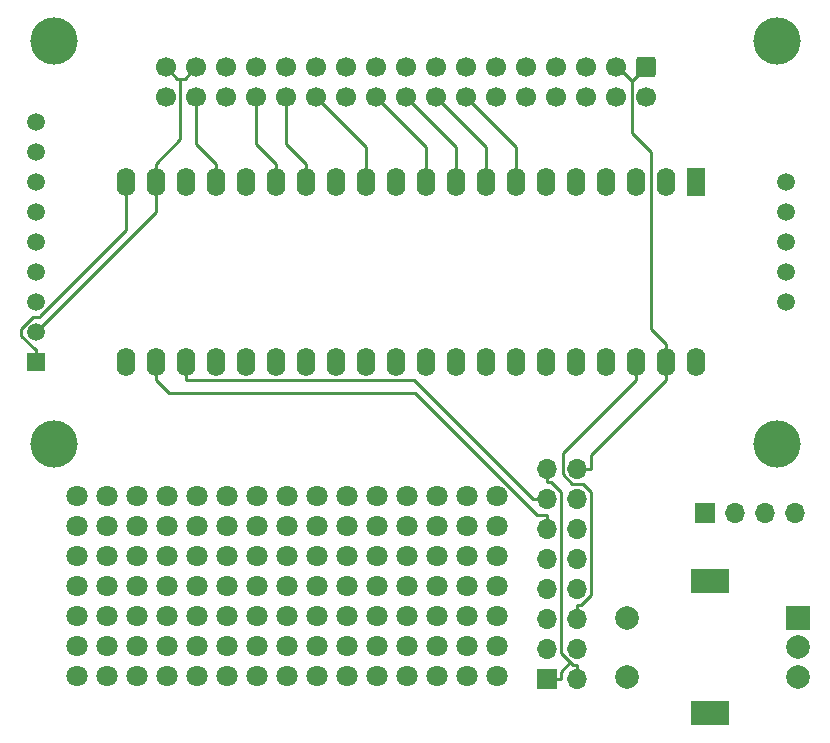
<source format=gbr>
%TF.GenerationSoftware,KiCad,Pcbnew,7.0.1*%
%TF.CreationDate,2024-04-08T12:26:25+03:00*%
%TF.ProjectId,double_flop,646f7562-6c65-45f6-966c-6f702e6b6963,rev?*%
%TF.SameCoordinates,Original*%
%TF.FileFunction,Copper,L2,Bot*%
%TF.FilePolarity,Positive*%
%FSLAX46Y46*%
G04 Gerber Fmt 4.6, Leading zero omitted, Abs format (unit mm)*
G04 Created by KiCad (PCBNEW 7.0.1) date 2024-04-08 12:26:25*
%MOMM*%
%LPD*%
G01*
G04 APERTURE LIST*
G04 Aperture macros list*
%AMRoundRect*
0 Rectangle with rounded corners*
0 $1 Rounding radius*
0 $2 $3 $4 $5 $6 $7 $8 $9 X,Y pos of 4 corners*
0 Add a 4 corners polygon primitive as box body*
4,1,4,$2,$3,$4,$5,$6,$7,$8,$9,$2,$3,0*
0 Add four circle primitives for the rounded corners*
1,1,$1+$1,$2,$3*
1,1,$1+$1,$4,$5*
1,1,$1+$1,$6,$7*
1,1,$1+$1,$8,$9*
0 Add four rect primitives between the rounded corners*
20,1,$1+$1,$2,$3,$4,$5,0*
20,1,$1+$1,$4,$5,$6,$7,0*
20,1,$1+$1,$6,$7,$8,$9,0*
20,1,$1+$1,$8,$9,$2,$3,0*%
G04 Aperture macros list end*
%TA.AperFunction,ComponentPad*%
%ADD10C,1.800000*%
%TD*%
%TA.AperFunction,ComponentPad*%
%ADD11R,2.000000X2.000000*%
%TD*%
%TA.AperFunction,ComponentPad*%
%ADD12C,2.000000*%
%TD*%
%TA.AperFunction,ComponentPad*%
%ADD13R,3.200000X2.000000*%
%TD*%
%TA.AperFunction,ComponentPad*%
%ADD14R,1.700000X1.700000*%
%TD*%
%TA.AperFunction,ComponentPad*%
%ADD15O,1.700000X1.700000*%
%TD*%
%TA.AperFunction,ComponentPad*%
%ADD16R,1.600000X2.400000*%
%TD*%
%TA.AperFunction,ComponentPad*%
%ADD17O,1.600000X2.400000*%
%TD*%
%TA.AperFunction,ComponentPad*%
%ADD18RoundRect,0.250000X-0.600000X0.600000X-0.600000X-0.600000X0.600000X-0.600000X0.600000X0.600000X0*%
%TD*%
%TA.AperFunction,ComponentPad*%
%ADD19C,1.700000*%
%TD*%
%TA.AperFunction,ComponentPad*%
%ADD20C,4.000000*%
%TD*%
%TA.AperFunction,ComponentPad*%
%ADD21R,1.500000X1.500000*%
%TD*%
%TA.AperFunction,ComponentPad*%
%ADD22C,1.500000*%
%TD*%
%TA.AperFunction,Conductor*%
%ADD23C,0.250000*%
%TD*%
G04 APERTURE END LIST*
D10*
%TO.P,con5,1*%
%TO.N,N/C*%
X140760000Y-66120000D03*
%TO.P,con5,2*%
X143300000Y-66120000D03*
%TO.P,con5,3*%
X145840000Y-66120000D03*
%TO.P,con5,4*%
X148380000Y-66120000D03*
%TO.P,con5,5*%
X150920000Y-66120000D03*
%TO.P,con5,6*%
X153460000Y-66120000D03*
%TO.P,con5,7*%
X156000000Y-66120000D03*
%TO.P,con5,8*%
X158540000Y-66120000D03*
%TO.P,con5,9*%
X161080000Y-66120000D03*
%TO.P,con5,10*%
X163620000Y-66120000D03*
%TO.P,con5,11*%
X166160000Y-66120000D03*
%TO.P,con5,12*%
X168700000Y-66120000D03*
%TO.P,con5,13*%
X171240000Y-66120000D03*
%TO.P,con5,14*%
X173780000Y-66120000D03*
%TO.P,con5,15*%
X176320000Y-66120000D03*
%TO.P,con5,19*%
X140760000Y-68660000D03*
%TO.P,con5,20*%
X143300000Y-68660000D03*
%TO.P,con5,21*%
X145840000Y-68660000D03*
%TO.P,con5,22*%
X148380000Y-68660000D03*
%TO.P,con5,23*%
X150920000Y-68660000D03*
%TO.P,con5,24*%
X153460000Y-68660000D03*
%TO.P,con5,25*%
X156000000Y-68660000D03*
%TO.P,con5,26*%
X158540000Y-68660000D03*
%TO.P,con5,27*%
X161080000Y-68660000D03*
%TO.P,con5,28*%
X163620000Y-68660000D03*
%TO.P,con5,29*%
X166160000Y-68660000D03*
%TO.P,con5,30*%
X168700000Y-68660000D03*
%TO.P,con5,31*%
X171240000Y-68660000D03*
%TO.P,con5,32*%
X173780000Y-68660000D03*
%TO.P,con5,33*%
X176320000Y-68660000D03*
%TO.P,con5,37*%
X140760000Y-71200000D03*
%TO.P,con5,38*%
X143300000Y-71200000D03*
%TO.P,con5,39*%
X145840000Y-71200000D03*
%TO.P,con5,40*%
X148380000Y-71200000D03*
%TO.P,con5,41*%
X150920000Y-71200000D03*
%TO.P,con5,42*%
X153460000Y-71200000D03*
%TO.P,con5,43*%
X156000000Y-71200000D03*
%TO.P,con5,44*%
X158540000Y-71200000D03*
%TO.P,con5,45*%
X161080000Y-71200000D03*
%TO.P,con5,46*%
X163620000Y-71200000D03*
%TO.P,con5,47*%
X166160000Y-71200000D03*
%TO.P,con5,48*%
X168700000Y-71200000D03*
%TO.P,con5,49*%
X171240000Y-71200000D03*
%TO.P,con5,50*%
X173780000Y-71200000D03*
%TO.P,con5,51*%
X176320000Y-71200000D03*
%TO.P,con5,55*%
X140760000Y-73740000D03*
%TO.P,con5,56*%
X143300000Y-73740000D03*
%TO.P,con5,57*%
X145840000Y-73740000D03*
%TO.P,con5,58*%
X148380000Y-73740000D03*
%TO.P,con5,59*%
X150920000Y-73740000D03*
%TO.P,con5,60*%
X153460000Y-73740000D03*
%TO.P,con5,61*%
X156000000Y-73740000D03*
%TO.P,con5,62*%
X158540000Y-73740000D03*
%TO.P,con5,63*%
X161080000Y-73740000D03*
%TO.P,con5,64*%
X163620000Y-73740000D03*
%TO.P,con5,65*%
X166160000Y-73740000D03*
%TO.P,con5,66*%
X168700000Y-73740000D03*
%TO.P,con5,67*%
X171240000Y-73740000D03*
%TO.P,con5,68*%
X173780000Y-73740000D03*
%TO.P,con5,69*%
X176320000Y-73740000D03*
%TO.P,con5,73*%
X140760000Y-76280000D03*
%TO.P,con5,74*%
X143300000Y-76280000D03*
%TO.P,con5,75*%
X145840000Y-76280000D03*
%TO.P,con5,76*%
X148380000Y-76280000D03*
%TO.P,con5,77*%
X150920000Y-76280000D03*
%TO.P,con5,78*%
X153460000Y-76280000D03*
%TO.P,con5,79*%
X156000000Y-76280000D03*
%TO.P,con5,80*%
X158540000Y-76280000D03*
%TO.P,con5,81*%
X161080000Y-76280000D03*
%TO.P,con5,82*%
X163620000Y-76280000D03*
%TO.P,con5,83*%
X166160000Y-76280000D03*
%TO.P,con5,84*%
X168700000Y-76280000D03*
%TO.P,con5,85*%
X171240000Y-76280000D03*
%TO.P,con5,86*%
X173780000Y-76280000D03*
%TO.P,con5,87*%
X176320000Y-76280000D03*
%TO.P,con5,91*%
X140760000Y-78820000D03*
%TO.P,con5,92*%
X143300000Y-78820000D03*
%TO.P,con5,93*%
X145840000Y-78820000D03*
%TO.P,con5,94*%
X148380000Y-78820000D03*
%TO.P,con5,95*%
X150920000Y-78820000D03*
%TO.P,con5,96*%
X153460000Y-78820000D03*
%TO.P,con5,97*%
X156000000Y-78820000D03*
%TO.P,con5,98*%
X158540000Y-78820000D03*
%TO.P,con5,99*%
X161080000Y-78820000D03*
%TO.P,con5,100*%
X163620000Y-78820000D03*
%TO.P,con5,101*%
X166160000Y-78820000D03*
%TO.P,con5,102*%
X168700000Y-78820000D03*
%TO.P,con5,103*%
X171240000Y-78820000D03*
%TO.P,con5,104*%
X173780000Y-78820000D03*
%TO.P,con5,105*%
X176320000Y-78820000D03*
%TO.P,con5,109*%
X140760000Y-81360000D03*
%TO.P,con5,110*%
X143300000Y-81360000D03*
%TO.P,con5,111*%
X145840000Y-81360000D03*
%TO.P,con5,112*%
X148380000Y-81360000D03*
%TO.P,con5,113*%
X150920000Y-81360000D03*
%TO.P,con5,114*%
X153460000Y-81360000D03*
%TO.P,con5,115*%
X156000000Y-81360000D03*
%TO.P,con5,116*%
X158540000Y-81360000D03*
%TO.P,con5,117*%
X161080000Y-81360000D03*
%TO.P,con5,118*%
X163620000Y-81360000D03*
%TO.P,con5,119*%
X166160000Y-81360000D03*
%TO.P,con5,120*%
X168700000Y-81360000D03*
%TO.P,con5,121*%
X171240000Y-81360000D03*
%TO.P,con5,122*%
X173780000Y-81360000D03*
%TO.P,con5,123*%
X176320000Y-81360000D03*
%TD*%
D11*
%TO.P,con6,A*%
%TO.N,N/C*%
X201800000Y-76400000D03*
D12*
%TO.P,con6,B*%
X201800000Y-81400000D03*
%TO.P,con6,C*%
X201800000Y-78900000D03*
D13*
%TO.P,con6,MP*%
X194300000Y-73300000D03*
X194300000Y-84500000D03*
D12*
%TO.P,con6,S1*%
X187300000Y-81400000D03*
%TO.P,con6,S2*%
X187300000Y-76400000D03*
%TD*%
D14*
%TO.P,J2,1,Pin_1*%
%TO.N,Net-(J2-Pin_1)*%
X193900000Y-67500000D03*
D15*
%TO.P,J2,2,Pin_2*%
%TO.N,Net-(J2-Pin_2)*%
X196440000Y-67500000D03*
%TO.P,J2,3,Pin_3*%
%TO.N,Net-(J2-Pin_3)*%
X198980000Y-67500000D03*
%TO.P,J2,4,Pin_4*%
%TO.N,Net-(J2-Pin_4)*%
X201520000Y-67500000D03*
%TD*%
D14*
%TO.P,J1,1,Pin_1*%
%TO.N,GND*%
X180500000Y-81540000D03*
D15*
%TO.P,J1,2,Pin_2*%
X183040000Y-81540000D03*
%TO.P,J1,3,Pin_3*%
%TO.N,unconnected-(J1-Pin_3-Pad3)*%
X180500000Y-79000000D03*
%TO.P,J1,4,Pin_4*%
%TO.N,unconnected-(J1-Pin_4-Pad4)*%
X183040000Y-79000000D03*
%TO.P,J1,5,Pin_5*%
%TO.N,+5V*%
X180500000Y-76460000D03*
%TO.P,J1,6,Pin_6*%
X183040000Y-76460000D03*
%TO.P,J1,7,Pin_7*%
%TO.N,SS*%
X180500000Y-73920000D03*
%TO.P,J1,8,Pin_8*%
X183040000Y-73920000D03*
%TO.P,J1,9,Pin_9*%
%TO.N,MOSI*%
X180500000Y-71380000D03*
%TO.P,J1,10,Pin_10*%
X183040000Y-71380000D03*
%TO.P,J1,11,Pin_11*%
%TO.N,SCK*%
X180500000Y-68840000D03*
%TO.P,J1,12,Pin_12*%
X183040000Y-68840000D03*
%TO.P,J1,13,Pin_13*%
%TO.N,MISO*%
X180500000Y-66300000D03*
%TO.P,J1,14,Pin_14*%
X183040000Y-66300000D03*
%TO.P,J1,15,Pin_15*%
%TO.N,GND*%
X180500000Y-63760000D03*
%TO.P,J1,16,Pin_16*%
X183040000Y-63760000D03*
%TD*%
D16*
%TO.P,U1,1,Vbat*%
%TO.N,unconnected-(U1-Vbat-Pad1)*%
X193142500Y-39472500D03*
D17*
%TO.P,U1,2,C13*%
%TO.N,Net-(D1-INDEX)*%
X190602500Y-39472500D03*
%TO.P,U1,3,C14*%
%TO.N,Net-(D1-MOTOR_0)*%
X188062500Y-39472500D03*
%TO.P,U1,4,C15*%
%TO.N,Net-(D1-DRIVE_SELECT_1)*%
X185522500Y-39472500D03*
%TO.P,U1,5,~{RESET}*%
%TO.N,unconnected-(U1-~{RESET}-Pad5)*%
X182982500Y-39472500D03*
%TO.P,U1,6,A0*%
%TO.N,Net-(D1-WRITE_DATA)*%
X180442500Y-39472500D03*
%TO.P,U1,7,A1*%
%TO.N,Net-(D1-DRIVE_SELECT_0)*%
X177902500Y-39472500D03*
%TO.P,U1,8,A2*%
%TO.N,Net-(D1-MOTOR_1)*%
X175362500Y-39472500D03*
%TO.P,U1,9,A3*%
%TO.N,Net-(D1-DIRECTION)*%
X172822500Y-39472500D03*
%TO.P,U1,10,A4*%
%TO.N,Net-(D1-STEP)*%
X170282500Y-39472500D03*
%TO.P,U1,11,A5*%
%TO.N,unconnected-(U1-A5-Pad11)*%
X167742500Y-39472500D03*
%TO.P,U1,12,A6*%
%TO.N,Net-(D1-WRITE_GATE)*%
X165202500Y-39472500D03*
%TO.P,U1,13,A7*%
%TO.N,Net-(D1-READ_DATA)*%
X162662500Y-39472500D03*
%TO.P,U1,14,B0*%
%TO.N,Net-(D1-TRACK)*%
X160122500Y-39472500D03*
%TO.P,U1,15,B1*%
%TO.N,Net-(D1-WRITE_PROTECT)*%
X157582500Y-39472500D03*
%TO.P,U1,16,B2*%
%TO.N,unconnected-(U1-B2-Pad16)*%
X155042500Y-39472500D03*
%TO.P,U1,17,B10*%
%TO.N,Net-(D1-HEAD_SELECT)*%
X152502500Y-39472500D03*
%TO.P,U1,18,3V3*%
%TO.N,LED*%
X149962500Y-39472500D03*
%TO.P,U1,19,GND*%
%TO.N,GND*%
X147422500Y-39472500D03*
%TO.P,U1,20,5V*%
%TO.N,Net-(U2-VCC)*%
X144882500Y-39472500D03*
%TO.P,U1,21,B12*%
%TO.N,SS*%
X144882500Y-54712500D03*
%TO.P,U1,22,B13*%
%TO.N,SCK*%
X147422500Y-54712500D03*
%TO.P,U1,23,B14*%
%TO.N,MISO*%
X149962500Y-54712500D03*
%TO.P,U1,24,B15*%
%TO.N,MOSI*%
X152502500Y-54712500D03*
%TO.P,U1,25,A8*%
%TO.N,unconnected-(U1-A8-Pad25)*%
X155042500Y-54712500D03*
%TO.P,U1,26,A9*%
%TO.N,unconnected-(U1-A9-Pad26)*%
X157582500Y-54712500D03*
%TO.P,U1,27,A10*%
%TO.N,unconnected-(U1-A10-Pad27)*%
X160122500Y-54712500D03*
%TO.P,U1,28,A11*%
%TO.N,tft_CS*%
X162662500Y-54712500D03*
%TO.P,U1,29,A12*%
%TO.N,tft_reset*%
X165202500Y-54712500D03*
%TO.P,U1,30,A15*%
%TO.N,unconnected-(U1-A15-Pad30)*%
X167742500Y-54712500D03*
%TO.P,U1,31,B3*%
%TO.N,tft_sck*%
X170282500Y-54712500D03*
%TO.P,U1,32,B4*%
%TO.N,tft_dc*%
X172822500Y-54712500D03*
%TO.P,U1,33,B5*%
%TO.N,tft_mosi*%
X175362500Y-54712500D03*
%TO.P,U1,34,B6*%
%TO.N,Net-(J2-Pin_1)*%
X177902500Y-54712500D03*
%TO.P,U1,35,B7*%
%TO.N,Net-(J2-Pin_2)*%
X180442500Y-54712500D03*
%TO.P,U1,36,B8*%
%TO.N,Net-(J2-Pin_3)*%
X182982500Y-54712500D03*
%TO.P,U1,37,B9*%
%TO.N,Net-(J2-Pin_4)*%
X185522500Y-54712500D03*
%TO.P,U1,38,5V*%
%TO.N,+5V*%
X188062500Y-54712500D03*
%TO.P,U1,39,GND*%
%TO.N,GND*%
X190602500Y-54712500D03*
%TO.P,U1,40,3V3*%
%TO.N,unconnected-(U1-3V3-Pad40)*%
X193142500Y-54712500D03*
%TD*%
D18*
%TO.P,D1,1,GND*%
%TO.N,GND*%
X188917500Y-29797500D03*
D19*
%TO.P,D1,2,DENSITY_SELECT*%
%TO.N,unconnected-(D1-DENSITY_SELECT-Pad2)*%
X188917500Y-32337500D03*
%TO.P,D1,3,GND*%
%TO.N,GND*%
X186377500Y-29797500D03*
%TO.P,D1,4,N/C*%
%TO.N,unconnected-(D1-N{slash}C-Pad4)*%
X186377500Y-32337500D03*
%TO.P,D1,5,GND*%
%TO.N,GND*%
X183837500Y-29797500D03*
%TO.P,D1,6,N/C*%
%TO.N,unconnected-(D1-N{slash}C-Pad6)*%
X183837500Y-32337500D03*
%TO.P,D1,7,GND*%
%TO.N,GND*%
X181297500Y-29797500D03*
%TO.P,D1,8,INDEX*%
%TO.N,Net-(D1-INDEX)*%
X181297500Y-32337500D03*
%TO.P,D1,9,GND*%
%TO.N,GND*%
X178757500Y-29797500D03*
%TO.P,D1,10,MOTOR_0*%
%TO.N,Net-(D1-MOTOR_0)*%
X178757500Y-32337500D03*
%TO.P,D1,11,GND*%
%TO.N,GND*%
X176217500Y-29797500D03*
%TO.P,D1,12,DRIVE_SELECT_1*%
%TO.N,Net-(D1-DRIVE_SELECT_1)*%
X176217500Y-32337500D03*
%TO.P,D1,13,GND*%
%TO.N,GND*%
X173677500Y-29797500D03*
%TO.P,D1,14,DRIVE_SELECT_0*%
%TO.N,Net-(D1-DRIVE_SELECT_0)*%
X173677500Y-32337500D03*
%TO.P,D1,15,GND*%
%TO.N,GND*%
X171137500Y-29797500D03*
%TO.P,D1,16,MOTOR_1*%
%TO.N,Net-(D1-MOTOR_1)*%
X171137500Y-32337500D03*
%TO.P,D1,17,GND*%
%TO.N,GND*%
X168597500Y-29797500D03*
%TO.P,D1,18,DIRECTION*%
%TO.N,Net-(D1-DIRECTION)*%
X168597500Y-32337500D03*
%TO.P,D1,19,GND*%
%TO.N,GND*%
X166057500Y-29797500D03*
%TO.P,D1,20,STEP*%
%TO.N,Net-(D1-STEP)*%
X166057500Y-32337500D03*
%TO.P,D1,21,GND*%
%TO.N,GND*%
X163517500Y-29797500D03*
%TO.P,D1,22,WRITE_DATA*%
%TO.N,Net-(D1-WRITE_DATA)*%
X163517500Y-32337500D03*
%TO.P,D1,23,GND*%
%TO.N,GND*%
X160977500Y-29797500D03*
%TO.P,D1,24,WRITE_GATE*%
%TO.N,Net-(D1-WRITE_GATE)*%
X160977500Y-32337500D03*
%TO.P,D1,25,GND*%
%TO.N,GND*%
X158437500Y-29797500D03*
%TO.P,D1,26,TRACK*%
%TO.N,Net-(D1-TRACK)*%
X158437500Y-32337500D03*
%TO.P,D1,27,GND*%
%TO.N,GND*%
X155897500Y-29797500D03*
%TO.P,D1,28,WRITE_PROTECT*%
%TO.N,Net-(D1-WRITE_PROTECT)*%
X155897500Y-32337500D03*
%TO.P,D1,29,GND*%
%TO.N,GND*%
X153357500Y-29797500D03*
%TO.P,D1,30,READ_DATA*%
%TO.N,Net-(D1-READ_DATA)*%
X153357500Y-32337500D03*
%TO.P,D1,31,GND*%
%TO.N,GND*%
X150817500Y-29797500D03*
%TO.P,D1,32,HEAD_SELECT*%
%TO.N,Net-(D1-HEAD_SELECT)*%
X150817500Y-32337500D03*
%TO.P,D1,33,GND*%
%TO.N,GND*%
X148277500Y-29797500D03*
%TO.P,D1,34,DISK_CHANGE*%
%TO.N,unconnected-(D1-DISK_CHANGE-Pad34)*%
X148277500Y-32337500D03*
%TD*%
D20*
%TO.P,U2,*%
%TO.N,*%
X138760000Y-27547500D03*
X138760000Y-61647500D03*
X199960000Y-27547500D03*
X199960000Y-61647500D03*
D21*
%TO.P,U2,1,VCC*%
%TO.N,Net-(U2-VCC)*%
X137260000Y-54757500D03*
D22*
%TO.P,U2,2,GND*%
%TO.N,GND*%
X137260000Y-52217500D03*
%TO.P,U2,3,~{CS}*%
%TO.N,tft_CS*%
X137260000Y-49677500D03*
%TO.P,U2,4,RESET*%
%TO.N,tft_reset*%
X137260000Y-47137500D03*
%TO.P,U2,5,D/~{C}*%
%TO.N,tft_dc*%
X137260000Y-44597500D03*
%TO.P,U2,6,MOSI*%
%TO.N,tft_mosi*%
X137260000Y-42057500D03*
%TO.P,U2,7,SCK*%
%TO.N,tft_sck*%
X137260000Y-39517500D03*
%TO.P,U2,8,LED*%
%TO.N,LED*%
X137260000Y-36977500D03*
%TO.P,U2,9,MISO*%
%TO.N,unconnected-(U2-MISO-Pad9)*%
X137260000Y-34437500D03*
%TO.P,U2,10,SD_CS*%
%TO.N,unconnected-(U2-SD_CS-Pad10)*%
X200780000Y-49677500D03*
%TO.P,U2,11,SD_MOSI*%
%TO.N,unconnected-(U2-SD_MOSI-Pad11)*%
X200780000Y-47137500D03*
%TO.P,U2,12,SD_MISO*%
%TO.N,unconnected-(U2-SD_MISO-Pad12)*%
X200780000Y-44597500D03*
%TO.P,U2,13,SD_SCK*%
%TO.N,unconnected-(U2-SD_SCK-Pad13)*%
X200780000Y-42057500D03*
%TO.P,U2,14,FLASH_CD*%
%TO.N,unconnected-(U2-FLASH_CD-Pad14)*%
X200780000Y-39517500D03*
%TD*%
D23*
%TO.N,Net-(U2-VCC)*%
X144882500Y-43588500D02*
X144882500Y-39472500D01*
X137600000Y-50871000D02*
X144882500Y-43588500D01*
X137035500Y-50900000D02*
X137600000Y-50900000D01*
X137600000Y-50900000D02*
X137600000Y-50871000D01*
X136000000Y-51935500D02*
X137035500Y-50900000D01*
X137260000Y-54757500D02*
X137260000Y-53680600D01*
X137260000Y-53680600D02*
X137125400Y-53680600D01*
X137125400Y-53680600D02*
X136000000Y-52555200D01*
X136000000Y-52555200D02*
X136000000Y-51935500D01*
%TO.N,MISO*%
X169262500Y-56239400D02*
X179323100Y-66300000D01*
X149962500Y-56239400D02*
X169262500Y-56239400D01*
X180500000Y-66300000D02*
X179323100Y-66300000D01*
X149962500Y-54712500D02*
X149962500Y-56239400D01*
%TO.N,SCK*%
X147422500Y-54712500D02*
X147422500Y-56239400D01*
X180500000Y-68840000D02*
X180500000Y-67663100D01*
X179656000Y-67663100D02*
X180500000Y-67663100D01*
X169354200Y-57361300D02*
X179656000Y-67663100D01*
X148544400Y-57361300D02*
X169354200Y-57361300D01*
X147422500Y-56239400D02*
X148544400Y-57361300D01*
%TO.N,+5V*%
X183405800Y-75283100D02*
X183040000Y-75283100D01*
X184239100Y-74449800D02*
X183405800Y-75283100D01*
X184239100Y-65746900D02*
X184239100Y-74449800D01*
X183522200Y-65030000D02*
X184239100Y-65746900D01*
X182631000Y-65030000D02*
X183522200Y-65030000D01*
X181845700Y-64244700D02*
X182631000Y-65030000D01*
X181845700Y-62456200D02*
X181845700Y-64244700D01*
X188062500Y-56239400D02*
X181845700Y-62456200D01*
X188062500Y-54712500D02*
X188062500Y-56239400D01*
X183040000Y-76460000D02*
X183040000Y-75283100D01*
%TO.N,Net-(D1-HEAD_SELECT)*%
X150817500Y-36260600D02*
X152502500Y-37945600D01*
X150817500Y-32337500D02*
X150817500Y-36260600D01*
X152502500Y-39472500D02*
X152502500Y-37945600D01*
%TO.N,Net-(D1-WRITE_PROTECT)*%
X155897500Y-36260600D02*
X157582500Y-37945600D01*
X155897500Y-32337500D02*
X155897500Y-36260600D01*
X157582500Y-39472500D02*
X157582500Y-37945600D01*
%TO.N,Net-(D1-TRACK)*%
X158437500Y-36260600D02*
X160122500Y-37945600D01*
X158437500Y-32337500D02*
X158437500Y-36260600D01*
X160122500Y-39472500D02*
X160122500Y-37945600D01*
%TO.N,Net-(D1-WRITE_GATE)*%
X165202500Y-36562500D02*
X165202500Y-39472500D01*
X160977500Y-32337500D02*
X165202500Y-36562500D01*
%TO.N,Net-(D1-STEP)*%
X170282500Y-36562500D02*
X170282500Y-39472500D01*
X166057500Y-32337500D02*
X170282500Y-36562500D01*
%TO.N,Net-(D1-DIRECTION)*%
X172822500Y-36562500D02*
X172822500Y-39472500D01*
X168597500Y-32337500D02*
X172822500Y-36562500D01*
%TO.N,Net-(D1-MOTOR_1)*%
X175362500Y-36562500D02*
X175362500Y-39472500D01*
X171137500Y-32337500D02*
X175362500Y-36562500D01*
%TO.N,Net-(D1-DRIVE_SELECT_0)*%
X177902500Y-36562500D02*
X177902500Y-39472500D01*
X173677500Y-32337500D02*
X177902500Y-36562500D01*
%TO.N,GND*%
X184216900Y-62625000D02*
X184216900Y-63760000D01*
X190602500Y-56239400D02*
X184216900Y-62625000D01*
X190602500Y-54712500D02*
X190602500Y-56239400D01*
X183040000Y-63760000D02*
X184216900Y-63760000D01*
X190602500Y-54712500D02*
X190602500Y-53185600D01*
X180500000Y-63760000D02*
X180500000Y-64936900D01*
X183040000Y-81540000D02*
X183040000Y-80363100D01*
X147422500Y-42055000D02*
X147422500Y-39472500D01*
X137260000Y-52217500D02*
X147422500Y-42055000D01*
X147422500Y-39472500D02*
X147422500Y-37945600D01*
X149467500Y-35900600D02*
X149467500Y-30747600D01*
X147422500Y-37945600D02*
X149467500Y-35900600D01*
X149227600Y-30747600D02*
X149467500Y-30747600D01*
X148277500Y-29797500D02*
X149227600Y-30747600D01*
X149867400Y-30747600D02*
X150817500Y-29797500D01*
X149467500Y-30747600D02*
X149867400Y-30747600D01*
X181676900Y-79365800D02*
X182467700Y-80156600D01*
X181676900Y-65745900D02*
X181676900Y-79365800D01*
X180867900Y-64936900D02*
X181676900Y-65745900D01*
X180500000Y-64936900D02*
X180867900Y-64936900D01*
X182674200Y-80363100D02*
X183040000Y-80363100D01*
X182467700Y-80156600D02*
X182674200Y-80363100D01*
X181676900Y-80947400D02*
X181676900Y-81540000D01*
X182467700Y-80156600D02*
X181676900Y-80947400D01*
X180500000Y-81540000D02*
X181676900Y-81540000D01*
X186536300Y-29797500D02*
X187726900Y-30988100D01*
X186377500Y-29797500D02*
X186536300Y-29797500D01*
X188917500Y-29797500D02*
X187726900Y-30988100D01*
X189332500Y-51915600D02*
X190602500Y-53185600D01*
X189332500Y-36965100D02*
X189332500Y-51915600D01*
X187726900Y-35359500D02*
X189332500Y-36965100D01*
X187726900Y-30988100D02*
X187726900Y-35359500D01*
%TD*%
M02*

</source>
